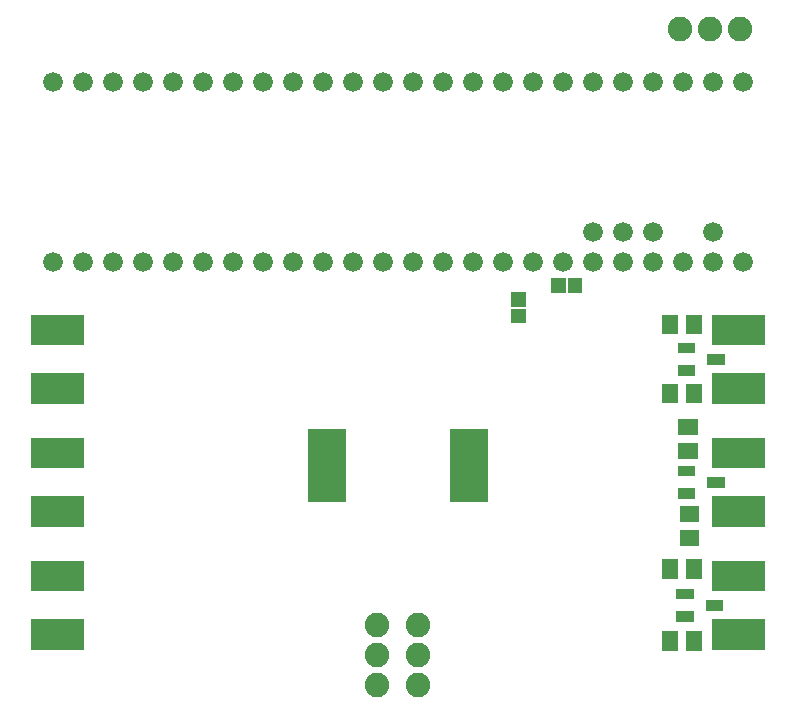
<source format=gbs>
G04 Layer: BottomSolderMaskLayer*
G04 EasyEDA v6.4.5, 2020-09-03T12:26:06--7:00*
G04 e5bad7cf5beb4b60abe831444af73797,95dd31e7bbc04d03a1fa04b442bf807f,10*
G04 Gerber Generator version 0.2*
G04 Scale: 100 percent, Rotated: No, Reflected: No *
G04 Dimensions in millimeters *
G04 leading zeros omitted , absolute positions ,3 integer and 3 decimal *
%FSLAX33Y33*%
%MOMM*%
G90*
G71D02*

%ADD43C,2.082800*%
%ADD50C,1.676400*%

%LPD*%
G54D43*
G01X31115Y7620D03*
G01X31115Y5080D03*
G01X31115Y2540D03*
G01X34544Y7620D03*
G01X34544Y5080D03*
G01X34544Y2540D03*
G01X56769Y58039D03*
G01X59309Y58039D03*
G01X61849Y58039D03*
G36*
G01X42400Y33154D02*
G01X42400Y34356D01*
G01X43705Y34356D01*
G01X43705Y33154D01*
G01X42400Y33154D01*
G37*
G36*
G01X42400Y34554D02*
G01X42400Y35755D01*
G01X43705Y35755D01*
G01X43705Y34554D01*
G01X42400Y34554D01*
G37*
G36*
G01X45854Y35669D02*
G01X45854Y36974D01*
G01X47056Y36974D01*
G01X47056Y35669D01*
G01X45854Y35669D01*
G37*
G36*
G01X47254Y35669D02*
G01X47254Y36974D01*
G01X48455Y36974D01*
G01X48455Y35669D01*
G01X47254Y35669D01*
G37*
G36*
G01X56578Y21671D02*
G01X56578Y23032D01*
G01X58229Y23032D01*
G01X58229Y21671D01*
G01X56578Y21671D01*
G37*
G36*
G01X56578Y23703D02*
G01X56578Y25064D01*
G01X58229Y25064D01*
G01X58229Y23703D01*
G01X56578Y23703D01*
G37*
G36*
G01X55199Y32194D02*
G01X55199Y33845D01*
G01X56560Y33845D01*
G01X56560Y32194D01*
G01X55199Y32194D01*
G37*
G36*
G01X57231Y32194D02*
G01X57231Y33845D01*
G01X58592Y33845D01*
G01X58592Y32194D01*
G01X57231Y32194D01*
G37*
G36*
G01X55199Y5397D02*
G01X55199Y7048D01*
G01X56560Y7048D01*
G01X56560Y5397D01*
G01X55199Y5397D01*
G37*
G36*
G01X57231Y5397D02*
G01X57231Y7048D01*
G01X58592Y7048D01*
G01X58592Y5397D01*
G01X57231Y5397D01*
G37*
G36*
G01X37292Y17980D02*
G01X37292Y24183D01*
G01X40495Y24183D01*
G01X40495Y17980D01*
G01X37292Y17980D01*
G37*
G36*
G01X25290Y17980D02*
G01X25290Y24183D01*
G01X28493Y24183D01*
G01X28493Y17980D01*
G01X25290Y17980D01*
G37*
G36*
G01X56705Y16337D02*
G01X56705Y17698D01*
G01X58356Y17698D01*
G01X58356Y16337D01*
G01X56705Y16337D01*
G37*
G36*
G01X56705Y14305D02*
G01X56705Y15666D01*
G01X58356Y15666D01*
G01X58356Y14305D01*
G01X56705Y14305D01*
G37*
G36*
G01X55199Y26352D02*
G01X55199Y28003D01*
G01X56560Y28003D01*
G01X56560Y26352D01*
G01X55199Y26352D01*
G37*
G36*
G01X57231Y26352D02*
G01X57231Y28003D01*
G01X58592Y28003D01*
G01X58592Y26352D01*
G01X57231Y26352D01*
G37*
G36*
G01X57231Y11493D02*
G01X57231Y13144D01*
G01X58592Y13144D01*
G01X58592Y11493D01*
G01X57231Y11493D01*
G37*
G36*
G01X55199Y11493D02*
G01X55199Y13144D01*
G01X56560Y13144D01*
G01X56560Y11493D01*
G01X55199Y11493D01*
G37*
G36*
G01X59476Y20881D02*
G01X59476Y23464D01*
G01X63967Y23464D01*
G01X63967Y20881D01*
G01X59476Y20881D01*
G37*
G36*
G01X59476Y15902D02*
G01X59476Y18486D01*
G01X63967Y18486D01*
G01X63967Y15902D01*
G01X59476Y15902D01*
G37*
G36*
G01X59476Y31295D02*
G01X59476Y33878D01*
G01X63967Y33878D01*
G01X63967Y31295D01*
G01X59476Y31295D01*
G37*
G36*
G01X59476Y26316D02*
G01X59476Y28900D01*
G01X63967Y28900D01*
G01X63967Y26316D01*
G01X59476Y26316D01*
G37*
G36*
G01X59476Y10467D02*
G01X59476Y13050D01*
G01X63967Y13050D01*
G01X63967Y10467D01*
G01X59476Y10467D01*
G37*
G36*
G01X59476Y5488D02*
G01X59476Y8072D01*
G01X63967Y8072D01*
G01X63967Y5488D01*
G01X59476Y5488D01*
G37*
G36*
G01X1821Y26316D02*
G01X1821Y28900D01*
G01X6309Y28900D01*
G01X6309Y26316D01*
G01X1821Y26316D01*
G37*
G36*
G01X1821Y31295D02*
G01X1821Y33878D01*
G01X6309Y33878D01*
G01X6309Y31295D01*
G01X1821Y31295D01*
G37*
G36*
G01X1821Y15902D02*
G01X1821Y18486D01*
G01X6309Y18486D01*
G01X6309Y15902D01*
G01X1821Y15902D01*
G37*
G36*
G01X1821Y20881D02*
G01X1821Y23464D01*
G01X6309Y23464D01*
G01X6309Y20881D01*
G01X1821Y20881D01*
G37*
G36*
G01X1821Y5488D02*
G01X1821Y8072D01*
G01X6309Y8072D01*
G01X6309Y5488D01*
G01X1821Y5488D01*
G37*
G36*
G01X1821Y10467D02*
G01X1821Y13050D01*
G01X6309Y13050D01*
G01X6309Y10467D01*
G01X1821Y10467D01*
G37*
G36*
G01X59070Y19232D02*
G01X59070Y20137D01*
G01X60523Y20137D01*
G01X60523Y19232D01*
G01X59070Y19232D01*
G37*
G36*
G01X56570Y20182D02*
G01X56570Y21087D01*
G01X58023Y21087D01*
G01X58023Y20182D01*
G01X56570Y20182D01*
G37*
G36*
G01X56570Y18282D02*
G01X56570Y19187D01*
G01X58023Y19187D01*
G01X58023Y18282D01*
G01X56570Y18282D01*
G37*
G36*
G01X58943Y8818D02*
G01X58943Y9723D01*
G01X60396Y9723D01*
G01X60396Y8818D01*
G01X58943Y8818D01*
G37*
G36*
G01X56443Y9768D02*
G01X56443Y10673D01*
G01X57896Y10673D01*
G01X57896Y9768D01*
G01X56443Y9768D01*
G37*
G36*
G01X56443Y7868D02*
G01X56443Y8773D01*
G01X57896Y8773D01*
G01X57896Y7868D01*
G01X56443Y7868D01*
G37*
G36*
G01X59070Y29646D02*
G01X59070Y30551D01*
G01X60523Y30551D01*
G01X60523Y29646D01*
G01X59070Y29646D01*
G37*
G36*
G01X56570Y30596D02*
G01X56570Y31501D01*
G01X58023Y31501D01*
G01X58023Y30596D01*
G01X56570Y30596D01*
G37*
G36*
G01X56570Y28696D02*
G01X56570Y29601D01*
G01X58023Y29601D01*
G01X58023Y28696D01*
G01X56570Y28696D01*
G37*
G54D50*
G01X62074Y53595D03*
G01X59534Y53595D03*
G01X56994Y53595D03*
G01X54454Y53595D03*
G01X51914Y53595D03*
G01X49374Y53595D03*
G01X46834Y53595D03*
G01X44294Y53595D03*
G01X41754Y53595D03*
G01X39214Y53595D03*
G01X36674Y53595D03*
G01X34134Y53595D03*
G01X31594Y53595D03*
G01X29054Y53595D03*
G01X23974Y53595D03*
G01X21434Y53595D03*
G01X18894Y53595D03*
G01X16354Y53595D03*
G01X29054Y38355D03*
G01X31594Y38355D03*
G01X34134Y38355D03*
G01X36674Y38355D03*
G01X39214Y38355D03*
G01X41754Y38355D03*
G01X44294Y38355D03*
G01X46834Y38355D03*
G01X49374Y38355D03*
G01X51914Y38355D03*
G01X54454Y38355D03*
G01X56994Y38355D03*
G01X59534Y38355D03*
G01X62074Y38355D03*
G01X59534Y40895D03*
G01X54454Y40895D03*
G01X51914Y40895D03*
G01X49374Y40895D03*
G01X26514Y53595D03*
G01X16354Y38355D03*
G01X18894Y38355D03*
G01X21434Y38355D03*
G01X23974Y38355D03*
G01X26514Y38355D03*
G01X13814Y53595D03*
G01X11274Y53595D03*
G01X8734Y53595D03*
G01X6194Y53595D03*
G01X3654Y53595D03*
G01X3654Y38355D03*
G01X13814Y38355D03*
G01X11274Y38355D03*
G01X8734Y38355D03*
G01X6194Y38355D03*
M00*
M02*

</source>
